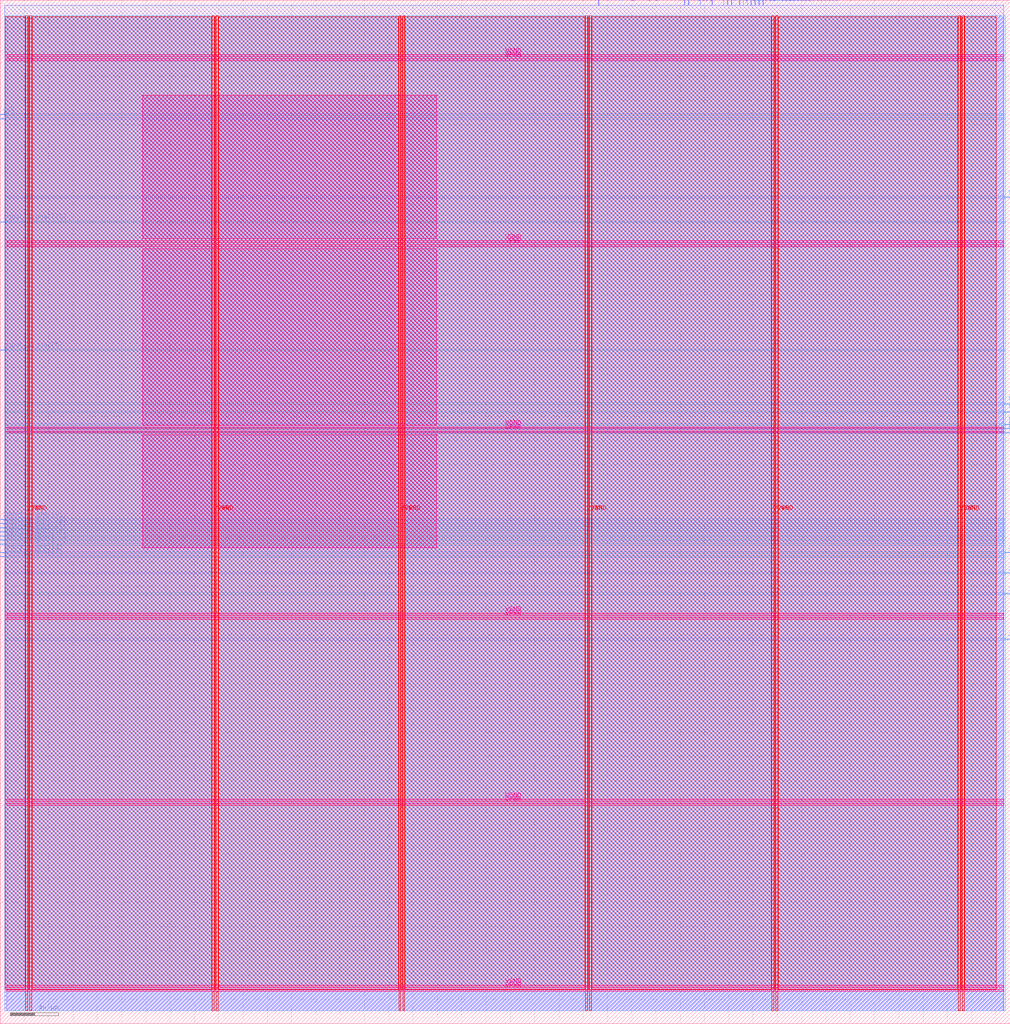
<source format=lef>
VERSION 5.7 ;
  NOWIREEXTENSIONATPIN ON ;
  DIVIDERCHAR "/" ;
  BUSBITCHARS "[]" ;
MACRO top
  CLASS BLOCK ;
  FOREIGN top ;
  ORIGIN 0.000 0.000 ;
  SIZE 831.750 BY 842.470 ;
  PIN VGND
    DIRECTION INOUT ;
    USE GROUND ;
    PORT
      LAYER met4 ;
        RECT 24.340 10.640 25.940 829.840 ;
    END
    PORT
      LAYER met4 ;
        RECT 177.940 10.640 179.540 829.840 ;
    END
    PORT
      LAYER met4 ;
        RECT 331.540 10.640 333.140 829.840 ;
    END
    PORT
      LAYER met4 ;
        RECT 485.140 10.640 486.740 829.840 ;
    END
    PORT
      LAYER met4 ;
        RECT 638.740 10.640 640.340 829.840 ;
    END
    PORT
      LAYER met4 ;
        RECT 792.340 10.640 793.940 829.840 ;
    END
    PORT
      LAYER met5 ;
        RECT 5.280 30.030 826.400 31.630 ;
    END
    PORT
      LAYER met5 ;
        RECT 5.280 183.210 826.400 184.810 ;
    END
    PORT
      LAYER met5 ;
        RECT 5.280 336.390 826.400 337.990 ;
    END
    PORT
      LAYER met5 ;
        RECT 5.280 489.570 826.400 491.170 ;
    END
    PORT
      LAYER met5 ;
        RECT 5.280 642.750 826.400 644.350 ;
    END
    PORT
      LAYER met5 ;
        RECT 5.280 795.930 826.400 797.530 ;
    END
  END VGND
  PIN VPWR
    DIRECTION INOUT ;
    USE POWER ;
    PORT
      LAYER met4 ;
        RECT 21.040 10.640 22.640 829.840 ;
    END
    PORT
      LAYER met4 ;
        RECT 174.640 10.640 176.240 829.840 ;
    END
    PORT
      LAYER met4 ;
        RECT 328.240 10.640 329.840 829.840 ;
    END
    PORT
      LAYER met4 ;
        RECT 481.840 10.640 483.440 829.840 ;
    END
    PORT
      LAYER met4 ;
        RECT 635.440 10.640 637.040 829.840 ;
    END
    PORT
      LAYER met4 ;
        RECT 789.040 10.640 790.640 829.840 ;
    END
    PORT
      LAYER met5 ;
        RECT 5.280 26.730 826.400 28.330 ;
    END
    PORT
      LAYER met5 ;
        RECT 5.280 179.910 826.400 181.510 ;
    END
    PORT
      LAYER met5 ;
        RECT 5.280 333.090 826.400 334.690 ;
    END
    PORT
      LAYER met5 ;
        RECT 5.280 486.270 826.400 487.870 ;
    END
    PORT
      LAYER met5 ;
        RECT 5.280 639.450 826.400 641.050 ;
    END
    PORT
      LAYER met5 ;
        RECT 5.280 792.630 826.400 794.230 ;
    END
  END VPWR
  PIN clk
    DIRECTION INPUT ;
    USE SIGNAL ;
    ANTENNAGATEAREA 0.852000 ;
    ANTENNADIFFAREA 0.434700 ;
    PORT
      LAYER met3 ;
        RECT 0.000 748.040 4.000 748.640 ;
    END
  END clk
  PIN filtered_signal[0]
    DIRECTION OUTPUT ;
    USE SIGNAL ;
    ANTENNADIFFAREA 0.795200 ;
    PORT
      LAYER met3 ;
        RECT 827.750 510.040 831.750 510.640 ;
    END
  END filtered_signal[0]
  PIN filtered_signal[10]
    DIRECTION OUTPUT ;
    USE SIGNAL ;
    ANTENNADIFFAREA 0.795200 ;
    PORT
      LAYER met2 ;
        RECT 608.670 838.470 608.950 842.470 ;
    END
  END filtered_signal[10]
  PIN filtered_signal[11]
    DIRECTION OUTPUT ;
    USE SIGNAL ;
    ANTENNADIFFAREA 0.795200 ;
    PORT
      LAYER met2 ;
        RECT 615.110 838.470 615.390 842.470 ;
    END
  END filtered_signal[11]
  PIN filtered_signal[12]
    DIRECTION OUTPUT ;
    USE SIGNAL ;
    ANTENNADIFFAREA 0.795200 ;
    PORT
      LAYER met2 ;
        RECT 624.770 838.470 625.050 842.470 ;
    END
  END filtered_signal[12]
  PIN filtered_signal[13]
    DIRECTION OUTPUT ;
    USE SIGNAL ;
    ANTENNADIFFAREA 0.795200 ;
    PORT
      LAYER met2 ;
        RECT 627.990 838.470 628.270 842.470 ;
    END
  END filtered_signal[13]
  PIN filtered_signal[14]
    DIRECTION OUTPUT ;
    USE SIGNAL ;
    ANTENNADIFFAREA 0.795200 ;
    PORT
      LAYER met2 ;
        RECT 621.550 838.470 621.830 842.470 ;
    END
  END filtered_signal[14]
  PIN filtered_signal[15]
    DIRECTION OUTPUT ;
    USE SIGNAL ;
    ANTENNADIFFAREA 0.445500 ;
    PORT
      LAYER met3 ;
        RECT 827.750 680.040 831.750 680.640 ;
    END
  END filtered_signal[15]
  PIN filtered_signal[1]
    DIRECTION OUTPUT ;
    USE SIGNAL ;
    ANTENNADIFFAREA 0.795200 ;
    PORT
      LAYER met3 ;
        RECT 827.750 503.240 831.750 503.840 ;
    END
  END filtered_signal[1]
  PIN filtered_signal[2]
    DIRECTION OUTPUT ;
    USE SIGNAL ;
    ANTENNADIFFAREA 0.445500 ;
    PORT
      LAYER met3 ;
        RECT 827.750 493.040 831.750 493.640 ;
    END
  END filtered_signal[2]
  PIN filtered_signal[3]
    DIRECTION OUTPUT ;
    USE SIGNAL ;
    ANTENNADIFFAREA 0.445500 ;
    PORT
      LAYER met3 ;
        RECT 827.750 486.240 831.750 486.840 ;
    END
  END filtered_signal[3]
  PIN filtered_signal[4]
    DIRECTION OUTPUT ;
    USE SIGNAL ;
    ANTENNADIFFAREA 0.795200 ;
    PORT
      LAYER met2 ;
        RECT 576.470 838.470 576.750 842.470 ;
    END
  END filtered_signal[4]
  PIN filtered_signal[5]
    DIRECTION OUTPUT ;
    USE SIGNAL ;
    ANTENNADIFFAREA 0.795200 ;
    PORT
      LAYER met3 ;
        RECT 827.750 489.640 831.750 490.240 ;
    END
  END filtered_signal[5]
  PIN filtered_signal[6]
    DIRECTION OUTPUT ;
    USE SIGNAL ;
    ANTENNADIFFAREA 0.795200 ;
    PORT
      LAYER met2 ;
        RECT 586.130 838.470 586.410 842.470 ;
    END
  END filtered_signal[6]
  PIN filtered_signal[7]
    DIRECTION OUTPUT ;
    USE SIGNAL ;
    ANTENNADIFFAREA 0.795200 ;
    PORT
      LAYER met2 ;
        RECT 599.010 838.470 599.290 842.470 ;
    END
  END filtered_signal[7]
  PIN filtered_signal[8]
    DIRECTION OUTPUT ;
    USE SIGNAL ;
    ANTENNADIFFAREA 0.795200 ;
    PORT
      LAYER met2 ;
        RECT 611.890 838.470 612.170 842.470 ;
    END
  END filtered_signal[8]
  PIN filtered_signal[9]
    DIRECTION OUTPUT ;
    USE SIGNAL ;
    ANTENNADIFFAREA 0.795200 ;
    PORT
      LAYER met2 ;
        RECT 595.790 838.470 596.070 842.470 ;
    END
  END filtered_signal[9]
  PIN input_signal[0]
    DIRECTION INPUT ;
    USE SIGNAL ;
    ANTENNAGATEAREA 0.159000 ;
    PORT
      LAYER met3 ;
        RECT 827.750 316.240 831.750 316.840 ;
    END
  END input_signal[0]
  PIN input_signal[10]
    DIRECTION INPUT ;
    USE SIGNAL ;
    ANTENNAGATEAREA 0.196500 ;
    PORT
      LAYER met3 ;
        RECT 0.000 411.440 4.000 412.040 ;
    END
  END input_signal[10]
  PIN input_signal[11]
    DIRECTION INPUT ;
    USE SIGNAL ;
    ANTENNAGATEAREA 0.196500 ;
    PORT
      LAYER met3 ;
        RECT 0.000 397.840 4.000 398.440 ;
    END
  END input_signal[11]
  PIN input_signal[12]
    DIRECTION INPUT ;
    USE SIGNAL ;
    ANTENNAGATEAREA 0.196500 ;
    PORT
      LAYER met3 ;
        RECT 0.000 394.440 4.000 395.040 ;
    END
  END input_signal[12]
  PIN input_signal[13]
    DIRECTION INPUT ;
    USE SIGNAL ;
    ANTENNAGATEAREA 0.196500 ;
    PORT
      LAYER met3 ;
        RECT 0.000 401.240 4.000 401.840 ;
    END
  END input_signal[13]
  PIN input_signal[14]
    DIRECTION INPUT ;
    USE SIGNAL ;
    ANTENNAGATEAREA 0.196500 ;
    PORT
      LAYER met3 ;
        RECT 0.000 408.040 4.000 408.640 ;
    END
  END input_signal[14]
  PIN input_signal[15]
    DIRECTION INPUT ;
    USE SIGNAL ;
    ANTENNAGATEAREA 0.196500 ;
    PORT
      LAYER met3 ;
        RECT 0.000 659.640 4.000 660.240 ;
    END
  END input_signal[15]
  PIN input_signal[1]
    DIRECTION INPUT ;
    USE SIGNAL ;
    ANTENNAGATEAREA 0.196500 ;
    PORT
      LAYER met2 ;
        RECT 492.750 838.470 493.030 842.470 ;
    END
  END input_signal[1]
  PIN input_signal[2]
    DIRECTION INPUT ;
    USE SIGNAL ;
    ANTENNAGATEAREA 0.159000 ;
    PORT
      LAYER met3 ;
        RECT 827.750 353.640 831.750 354.240 ;
    END
  END input_signal[2]
  PIN input_signal[3]
    DIRECTION INPUT ;
    USE SIGNAL ;
    ANTENNAGATEAREA 0.213000 ;
    PORT
      LAYER met3 ;
        RECT 827.750 387.640 831.750 388.240 ;
    END
  END input_signal[3]
  PIN input_signal[4]
    DIRECTION INPUT ;
    USE SIGNAL ;
    ANTENNAGATEAREA 0.213000 ;
    PORT
      LAYER met3 ;
        RECT 827.750 370.640 831.750 371.240 ;
    END
  END input_signal[4]
  PIN input_signal[5]
    DIRECTION INPUT ;
    USE SIGNAL ;
    ANTENNAGATEAREA 0.196500 ;
    PORT
      LAYER met3 ;
        RECT 0.000 554.240 4.000 554.840 ;
    END
  END input_signal[5]
  PIN input_signal[6]
    DIRECTION INPUT ;
    USE SIGNAL ;
    ANTENNAGATEAREA 0.196500 ;
    PORT
      LAYER met3 ;
        RECT 0.000 404.640 4.000 405.240 ;
    END
  END input_signal[6]
  PIN input_signal[7]
    DIRECTION INPUT ;
    USE SIGNAL ;
    ANTENNAGATEAREA 0.196500 ;
    PORT
      LAYER met3 ;
        RECT 0.000 384.240 4.000 384.840 ;
    END
  END input_signal[7]
  PIN input_signal[8]
    DIRECTION INPUT ;
    USE SIGNAL ;
    ANTENNAGATEAREA 0.196500 ;
    PORT
      LAYER met3 ;
        RECT 0.000 387.640 4.000 388.240 ;
    END
  END input_signal[8]
  PIN input_signal[9]
    DIRECTION INPUT ;
    USE SIGNAL ;
    ANTENNAGATEAREA 0.196500 ;
    PORT
      LAYER met3 ;
        RECT 0.000 414.840 4.000 415.440 ;
    END
  END input_signal[9]
  PIN rst
    DIRECTION INPUT ;
    USE SIGNAL ;
    ANTENNAGATEAREA 0.196500 ;
    PORT
      LAYER met3 ;
        RECT 0.000 744.640 4.000 745.240 ;
    END
  END rst
  PIN tap[0]
    DIRECTION INPUT ;
    USE SIGNAL ;
    ANTENNAGATEAREA 0.247500 ;
    PORT
      LAYER met2 ;
        RECT 602.230 838.470 602.510 842.470 ;
    END
  END tap[0]
  PIN tap[1]
    DIRECTION INPUT ;
    USE SIGNAL ;
    ANTENNAGATEAREA 0.213000 ;
    PORT
      LAYER met2 ;
        RECT 618.330 838.470 618.610 842.470 ;
    END
  END tap[1]
  PIN tap[2]
    DIRECTION INPUT ;
    USE SIGNAL ;
    ANTENNAGATEAREA 0.247500 ;
    PORT
      LAYER met2 ;
        RECT 566.810 838.470 567.090 842.470 ;
    END
  END tap[2]
  PIN tap[3]
    DIRECTION INPUT ;
    USE SIGNAL ;
    ANTENNAGATEAREA 0.247500 ;
    PORT
      LAYER met2 ;
        RECT 563.590 838.470 563.870 842.470 ;
    END
  END tap[3]
  OBS
      LAYER li1 ;
        RECT 5.520 10.795 826.160 829.685 ;
      LAYER met1 ;
        RECT 3.750 10.640 826.550 829.840 ;
      LAYER met2 ;
        RECT 3.770 838.190 492.470 838.470 ;
        RECT 493.310 838.190 563.310 838.470 ;
        RECT 564.150 838.190 566.530 838.470 ;
        RECT 567.370 838.190 576.190 838.470 ;
        RECT 577.030 838.190 585.850 838.470 ;
        RECT 586.690 838.190 595.510 838.470 ;
        RECT 596.350 838.190 598.730 838.470 ;
        RECT 599.570 838.190 601.950 838.470 ;
        RECT 602.790 838.190 608.390 838.470 ;
        RECT 609.230 838.190 611.610 838.470 ;
        RECT 612.450 838.190 614.830 838.470 ;
        RECT 615.670 838.190 618.050 838.470 ;
        RECT 618.890 838.190 621.270 838.470 ;
        RECT 622.110 838.190 624.490 838.470 ;
        RECT 625.330 838.190 627.710 838.470 ;
        RECT 628.550 838.190 826.530 838.470 ;
        RECT 3.770 10.695 826.530 838.190 ;
      LAYER met3 ;
        RECT 3.745 749.040 827.750 829.765 ;
        RECT 4.400 747.640 827.750 749.040 ;
        RECT 3.745 745.640 827.750 747.640 ;
        RECT 4.400 744.240 827.750 745.640 ;
        RECT 3.745 681.040 827.750 744.240 ;
        RECT 3.745 679.640 827.350 681.040 ;
        RECT 3.745 660.640 827.750 679.640 ;
        RECT 4.400 659.240 827.750 660.640 ;
        RECT 3.745 555.240 827.750 659.240 ;
        RECT 4.400 553.840 827.750 555.240 ;
        RECT 3.745 511.040 827.750 553.840 ;
        RECT 3.745 509.640 827.350 511.040 ;
        RECT 3.745 504.240 827.750 509.640 ;
        RECT 3.745 502.840 827.350 504.240 ;
        RECT 3.745 494.040 827.750 502.840 ;
        RECT 3.745 492.640 827.350 494.040 ;
        RECT 3.745 490.640 827.750 492.640 ;
        RECT 3.745 489.240 827.350 490.640 ;
        RECT 3.745 487.240 827.750 489.240 ;
        RECT 3.745 485.840 827.350 487.240 ;
        RECT 3.745 415.840 827.750 485.840 ;
        RECT 4.400 414.440 827.750 415.840 ;
        RECT 3.745 412.440 827.750 414.440 ;
        RECT 4.400 411.040 827.750 412.440 ;
        RECT 3.745 409.040 827.750 411.040 ;
        RECT 4.400 407.640 827.750 409.040 ;
        RECT 3.745 405.640 827.750 407.640 ;
        RECT 4.400 404.240 827.750 405.640 ;
        RECT 3.745 402.240 827.750 404.240 ;
        RECT 4.400 400.840 827.750 402.240 ;
        RECT 3.745 398.840 827.750 400.840 ;
        RECT 4.400 397.440 827.750 398.840 ;
        RECT 3.745 395.440 827.750 397.440 ;
        RECT 4.400 394.040 827.750 395.440 ;
        RECT 3.745 388.640 827.750 394.040 ;
        RECT 4.400 387.240 827.350 388.640 ;
        RECT 3.745 385.240 827.750 387.240 ;
        RECT 4.400 383.840 827.750 385.240 ;
        RECT 3.745 371.640 827.750 383.840 ;
        RECT 3.745 370.240 827.350 371.640 ;
        RECT 3.745 354.640 827.750 370.240 ;
        RECT 3.745 353.240 827.350 354.640 ;
        RECT 3.745 317.240 827.750 353.240 ;
        RECT 3.745 315.840 827.350 317.240 ;
        RECT 3.745 10.715 827.750 315.840 ;
      LAYER met4 ;
        RECT 3.975 28.055 20.640 828.745 ;
        RECT 23.040 28.055 23.940 828.745 ;
        RECT 26.340 28.055 174.240 828.745 ;
        RECT 176.640 28.055 177.540 828.745 ;
        RECT 179.940 28.055 327.840 828.745 ;
        RECT 330.240 28.055 331.140 828.745 ;
        RECT 333.540 28.055 481.440 828.745 ;
        RECT 483.840 28.055 484.740 828.745 ;
        RECT 487.140 28.055 635.040 828.745 ;
        RECT 637.440 28.055 638.340 828.745 ;
        RECT 640.740 28.055 788.640 828.745 ;
        RECT 791.040 28.055 791.940 828.745 ;
        RECT 794.340 28.055 820.345 828.745 ;
      LAYER met5 ;
        RECT 117.420 645.950 359.140 764.100 ;
        RECT 117.420 492.770 359.140 637.850 ;
        RECT 117.420 391.900 359.140 484.670 ;
  END
END top
END LIBRARY


</source>
